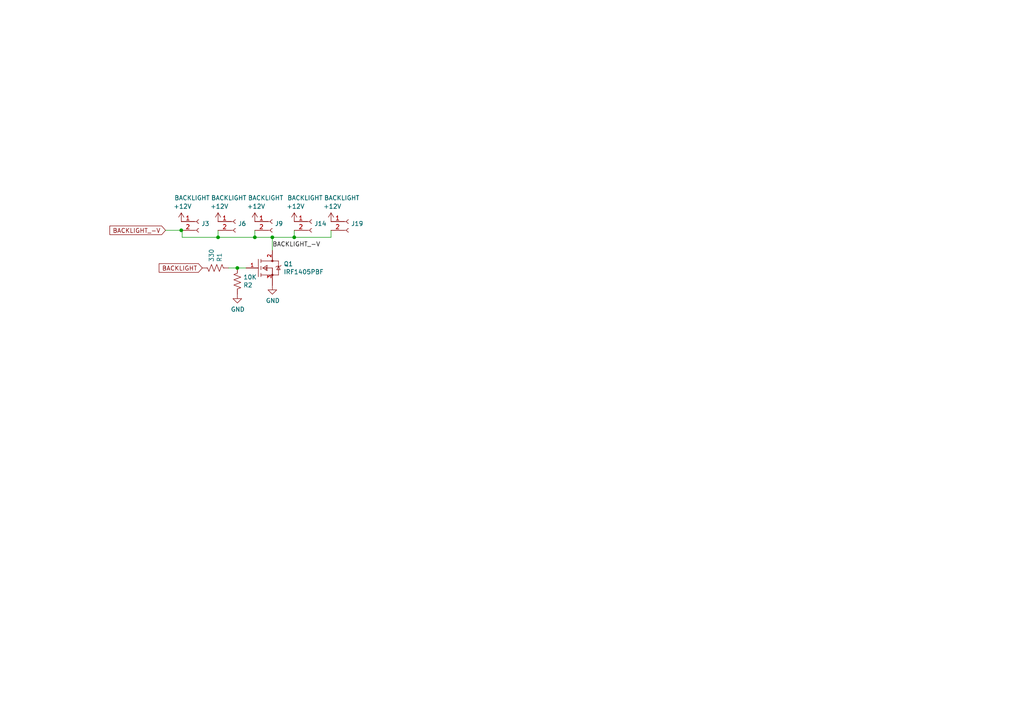
<source format=kicad_sch>
(kicad_sch (version 20231120) (generator "eeschema") (generator_version "8.0")
  (paper "A4")
  (lib_symbols
    (symbol "Connector:Conn_01x02_Female" (pin_names (offset 1.016) hide)
      (property "Reference" "J" (at 0 2.54 0))
      (property "Value" "Conn_01x02_Female" (at 0 -5.08 0))
      (symbol "Conn_01x02_Female_1_1"
        (arc (start 0 -2.032) (mid -0.5058 -2.54) (end 0 -3.048) (stroke (width 0.1524)))
        (polyline (pts (xy -1.27 -2.54) (xy -0.508 -2.54)) (stroke (width 0.1524)))
        (polyline (pts (xy -1.27 0) (xy -0.508 0)) (stroke (width 0.1524)))
        (arc (start 0 0.508) (mid -0.5058 0) (end 0 -0.508) (stroke (width 0.1524)))
        (pin passive line (at -5.08 0 0) (length 3.81) (name "Pin_1") (number "1"))
        (pin passive line (at -5.08 -2.54 0) (length 3.81) (name "Pin_2") (number "2"))
      )
    )
    (symbol "Device:R_US" (pin_numbers hide) (pin_names (offset 0))
      (property "Reference" "R" (at 2.54 0 90))
      (property "Value" "R_US" (at -2.54 0 90))
      (symbol "R_US_0_1"
        (polyline (pts (xy 0 -2.286) (xy 0 -2.54)))
        (polyline (pts (xy 0 2.286) (xy 0 2.54)))
        (polyline (pts (xy 0 -0.762) (xy 1.016 -1.143) (xy 0 -1.524) (xy -1.016 -1.905) (xy 0 -2.286)))
        (polyline (pts (xy 0 0.762) (xy 1.016 0.381) (xy 0 0) (xy -1.016 -0.381) (xy 0 -0.762)))
        (polyline (pts (xy 0 2.286) (xy 1.016 1.905) (xy 0 1.524) (xy -1.016 1.143) (xy 0 0.762)))
      )
      (symbol "R_US_1_1"
        (pin passive line (at 0 3.81 270) (length 1.27) (name "~") (number "1"))
        (pin passive line (at 0 -3.81 90) (length 1.27) (name "~") (number "2"))
      )
    )
    (symbol "Hornet-Forward-Output-Upper-Shield-rescue:IRF1405PBF-Mosfet-Hornet-Forward-Output-Upper-Shield-rescue" (pin_names (offset 1.016))
      (property "Reference" "Q" (at 0 7.62 0))
      (property "Value" "IRF1405PBF-Mosfet-Hornet-Forward-Output-Upper-Shield-rescue" (at 0 10.16 0))
      (symbol "IRF1405PBF-Mosfet-Hornet-Forward-Output-Upper-Shield-rescue_1_1"
        (polyline (pts (xy 6.096 -2.54) (xy 6.096 2.54)))
        (polyline (pts (xy 6.858 -2.032) (xy 10.16 -2.032)))
        (polyline (pts (xy 6.858 -1.524) (xy 6.858 -2.54)))
        (polyline (pts (xy 6.858 0.508) (xy 6.858 -0.508)))
        (polyline (pts (xy 6.858 1.524) (xy 6.858 2.54)))
        (polyline (pts (xy 6.858 2.032) (xy 10.16 2.032)))
        (polyline (pts (xy 7.366 0) (xy 8.636 -0.762)))
        (polyline (pts (xy 7.366 0) (xy 8.636 0.762)))
        (polyline (pts (xy 7.62 0) (xy 10.16 0)))
        (polyline (pts (xy 8.382 0.254) (xy 8.382 -0.508)))
        (polyline (pts (xy 8.636 0.762) (xy 8.636 -0.762)))
        (polyline (pts (xy 10.16 -2.032) (xy 11.938 -2.032)))
        (polyline (pts (xy 11.43 -0.508) (xy 12.446 -0.508)))
        (polyline (pts (xy 11.43 0.508) (xy 11.176 0.254)))
        (polyline (pts (xy 11.938 -2.032) (xy 11.938 2.032)))
        (polyline (pts (xy 11.938 0.508) (xy 11.43 -0.508)))
        (polyline (pts (xy 11.938 0.508) (xy 11.43 0.508)))
        (polyline (pts (xy 11.938 0.508) (xy 12.446 0.508)))
        (polyline (pts (xy 11.938 2.032) (xy 10.16 2.032)))
        (polyline (pts (xy 12.446 -0.508) (xy 11.938 0.508)))
        (polyline (pts (xy 12.446 0.508) (xy 12.7 0.762)))
        (circle (center 10.16 -2.032) (radius 0.254))
        (circle (center 10.16 2.032) (radius 0.254))
        (pin passive line (at 2.54 0 0) (length 3.556) (name "G") (number "1"))
        (pin passive line (at 10.16 5.08 270) (length 3.048) (name "D") (number "2"))
        (pin passive line (at 10.16 -5.08 90) (length 5.08) (name "S") (number "3"))
      )
    )
    (symbol "power:+12V" (power) (pin_names (offset 0))
      (property "Value" "+12V" (at 0 3.556 0))
      (symbol "+12V_0_1"
        (polyline (pts (xy -0.762 1.27) (xy 0 2.54)))
        (polyline (pts (xy 0 0) (xy 0 2.54)))
        (polyline (pts (xy 0 2.54) (xy 0.762 1.27)))
      )
      (symbol "+12V_1_1"
        (pin power_in line (at 0 0 90) (length 0) hide (name "+12V") (number "1"))
      )
    )
    (symbol "power:GND" (power) (pin_names (offset 0))
      (property "Value" "GND" (at 0 -3.81 0))
      (symbol "GND_0_1"
        (polyline (pts (xy 0 0) (xy 0 -1.27) (xy 1.27 -1.27) (xy 0 -2.54) (xy -1.27 -1.27) (xy 0 -1.27)))
      )
      (symbol "GND_1_1"
        (pin power_in line (at 0 0 270) (length 0) hide (name "GND") (number "1"))
      )
    )
  )
  (junction (at 78.994 68.834))
  (junction (at 68.834 77.724))
  (junction (at 85.344 68.834))
  (junction (at 63.246 68.834))
  (junction (at 73.914 68.834))
  (junction (at 52.578 66.802))
  (wire (pts (xy 85.344 68.834) (xy 78.994 68.834)))
  (wire (pts (xy 63.246 66.802) (xy 63.246 68.834)))
  (wire (pts (xy 96.012 68.834) (xy 85.344 68.834)))
  (wire (pts (xy 73.914 68.834) (xy 63.246 68.834)))
  (wire (pts (xy 85.344 66.802) (xy 85.344 68.834)))
  (wire (pts (xy 78.994 68.834) (xy 78.994 72.644)))
  (wire (pts (xy 66.294 77.724) (xy 68.834 77.724)))
  (wire (pts (xy 52.578 66.802) (xy 52.832 66.802)))
  (wire (pts (xy 78.994 68.834) (xy 73.914 68.834)))
  (wire (pts (xy 63.246 68.834) (xy 52.832 68.834)))
  (wire (pts (xy 73.914 66.802) (xy 73.914 68.834)))
  (wire (pts (xy 96.012 66.802) (xy 96.012 68.834)))
  (wire (pts (xy 52.832 68.834) (xy 52.832 66.802)))
  (wire (pts (xy 68.834 77.724) (xy 71.374 77.724)))
  (wire (pts (xy 48.006 66.802) (xy 52.578 66.802)))
  (label "BACKLIGHT_-V" (at 78.994 71.882 0))
  (global_label "BACKLIGHT" (shape input) (at 58.674 77.724 180) (property "Intersheetrefs" "${INTERSHEET_REFS}" (effects (hide yes))))
  (global_label "BACKLIGHT_-V" (shape input) (at 48.006 66.802 180) (property "Intersheetrefs" "${INTERSHEET_REFS}" (effects (hide yes))))
  (symbol (lib_id "power:GND") (at 78.994 82.804 0) (unit 1)
    (property "Reference" "#PWR011" (effects (hide yes)))
    (property "Value" "GND" (at 79.121 87.1982 0))
  )
  (symbol (lib_id "power:+12V") (at 52.578 64.262 0) (unit 1)
    (property "Reference" "#PWR03" (effects (hide yes)))
    (property "Value" "+12V" (at 52.959 59.8678 0))
  )
  (symbol (lib_id "Connector:Conn_01x02_Female") (at 78.994 64.262 0) (unit 1)
    (property "Reference" "J9" (at 79.7052 64.8716 0) (effects (justify left)))
    (property "Value" "BACKLIGHT" (at 71.882 57.404 0) (effects (justify left)))
    (property "Footprint" "Connector_Molex:Molex_KK-254_AE-6410-02A_1x02_P2.54mm_Vertical" (effects (hide yes)))
  )
  (symbol (lib_id "Device:R_US") (at 62.484 77.724 270) (mirror x) (unit 1)
    (property "Reference" "R1" (at 63.6524 75.9968 0) (effects (justify left)))
    (property "Value" "330" (at 61.341 75.9968 0) (effects (justify left)))
    (property "Footprint" "Resistor_THT:R_Axial_DIN0204_L3.6mm_D1.6mm_P2.54mm_Vertical" (effects (hide yes)))
  )
  (symbol (lib_id "Hornet-Forward-Output-Upper-Shield-rescue:IRF1405PBF-Mosfet-Hornet-Forward-Output-Upper-Shield-rescue") (at 68.834 77.724 0) (unit 1)
    (property "Reference" "Q1" (at 82.2452 76.5556 0) (effects (justify left)))
    (property "Value" "IRF1405PBF" (at 82.2452 78.867 0) (effects (justify left)))
    (property "Footprint" "Package_TO_SOT_THT:TO-220-3_Vertical" (effects (hide yes)))
    (property "Datasheet" "https://www.infineon.com/dgdl/irf1405pbf.pdf?fileId=5546d462533600a4015355db084a18bb" (effects (hide yes)))
    (property "automotive" "No" (effects (hide yes)))
    (property "category" "Trans" (effects (hide yes)))
    (property "continuous drain current" "169A" (effects (hide yes)))
    (property "depletion mode" "False" (effects (hide yes)))
    (property "device class L1" "Discrete Semiconductors" (effects (hide yes)))
    (property "device class L2" "Transistors" (effects (hide yes)))
    (property "device class L3" "MOSFETs" (effects (hide yes)))
    (property "digikey description" "MOSFET N-CH 55V 169A TO-220AB" (effects (hide yes)))
    (property "digikey part number" "IRF1405PBF-ND" (effects (hide yes)))
    (property "drain to source breakdown voltage" "55V" (effects (hide yes)))
    (property "drain to source resistance" "4.6mΩ" (effects (hide yes)))
    (property "drain to source voltage" "55V" (effects (hide yes)))
    (property "footprint url" "https://www.infineon.com/dgdl/po-to220ab-fp.pdf?fileId=5546d462580663ef0158068cfbee01be" (effects (hide yes)))
    (property "gate charge at vgs" "170nC @ 10V" (effects (hide yes)))
    (property "gate to source voltage" "20V" (effects (hide yes)))
    (property "height" "19.8mm" (effects (hide yes)))
    (property "input capacitace at vds" "5480pF @ 25V" (effects (hide yes)))
    (property "ipc land pattern name" "TO-220" (effects (hide yes)))
    (property "lead free" "Yes" (effects (hide yes)))
    (property "library id" "802d71249bb95e7c" (effects (hide yes)))
    (property "manufacturer" "International Rectifier" (effects (hide yes)))
    (property "max forward diode voltage" "1.3V" (effects (hide yes)))
    (property "max junction temp" "+175°C" (effects (hide yes)))
    (property "mouser description" "MOSFET Operating temperature: -55...+175 °C Housing type: TO-220AB Polarity: N Power dissipation: 330 W" (effects (hide yes)))
    (property "mouser part number" "942-IRF1405PBF" (effects (hide yes)))
    (property "number of N channels" "1" (effects (hide yes)))
    (property "number of channels" "1" (effects (hide yes)))
    (property "package" "TO-220AB" (effects (hide yes)))
    (property "power dissipation" "330W" (effects (hide yes)))
    (property "pulse drain current" "680A" (effects (hide yes)))
    (property "reverse recovery charge" "250nC" (effects (hide yes)))
    (property "reverse recovery time" "88ns" (effects (hide yes)))
    (property "rohs" "Yes" (effects (hide yes)))
    (property "rthja max" "62°C/W" (effects (hide yes)))
    (property "standoff height" "3.37mm" (effects (hide yes)))
    (property "temperature range high" "+175°C" (effects (hide yes)))
    (property "temperature range low" "-55°C" (effects (hide yes)))
    (property "threshold vgs max" "4V" (effects (hide yes)))
    (property "threshold vgs min" "2V" (effects (hide yes)))
    (property "turn off delay time" "130ns" (effects (hide yes)))
    (property "turn on delay time" "13ns" (effects (hide yes)))
  )
  (symbol (lib_id "Connector:Conn_01x02_Female") (at 57.658 64.262 0) (unit 1)
    (property "Reference" "J3" (at 58.3692 64.8716 0) (effects (justify left)))
    (property "Value" "BACKLIGHT" (at 50.546 57.404 0) (effects (justify left)))
    (property "Footprint" "Connector_Molex:Molex_KK-254_AE-6410-02A_1x02_P2.54mm_Vertical" (effects (hide yes)))
  )
  (symbol (lib_id "Device:R_US") (at 68.834 81.534 0) (mirror x) (unit 1)
    (property "Reference" "R2" (at 70.5612 82.7024 0) (effects (justify left)))
    (property "Value" "10K" (at 70.5612 80.391 0) (effects (justify left)))
    (property "Footprint" "Resistor_THT:R_Axial_DIN0204_L3.6mm_D1.6mm_P2.54mm_Vertical" (effects (hide yes)))
  )
  (symbol (lib_id "power:+12V") (at 73.914 64.262 0) (unit 1)
    (property "Reference" "#PWR010" (effects (hide yes)))
    (property "Value" "+12V" (at 74.295 59.8678 0))
  )
  (symbol (lib_id "Connector:Conn_01x02_Female") (at 101.092 64.262 0) (unit 1)
    (property "Reference" "J19" (at 101.8032 64.8716 0) (effects (justify left)))
    (property "Value" "BACKLIGHT" (at 93.98 57.404 0) (effects (justify left)))
    (property "Footprint" "Connector_Molex:Molex_KK-254_AE-6410-02A_1x02_P2.54mm_Vertical" (effects (hide yes)))
  )
  (symbol (lib_id "Connector:Conn_01x02_Female") (at 68.326 64.262 0) (unit 1)
    (property "Reference" "J6" (at 69.0372 64.8716 0) (effects (justify left)))
    (property "Value" "BACKLIGHT" (at 61.214 57.404 0) (effects (justify left)))
    (property "Footprint" "Connector_Molex:Molex_KK-254_AE-6410-02A_1x02_P2.54mm_Vertical" (effects (hide yes)))
  )
  (symbol (lib_id "power:+12V") (at 85.344 64.262 0) (unit 1)
    (property "Reference" "#PWR014" (effects (hide yes)))
    (property "Value" "+12V" (at 85.725 59.8678 0))
  )
  (symbol (lib_id "power:GND") (at 68.834 85.344 0) (unit 1)
    (property "Reference" "#PWR07" (effects (hide yes)))
    (property "Value" "GND" (at 68.961 89.7382 0))
  )
  (symbol (lib_id "power:+12V") (at 63.246 64.262 0) (unit 1)
    (property "Reference" "#PWR06" (effects (hide yes)))
    (property "Value" "+12V" (at 63.627 59.8678 0))
  )
  (symbol (lib_id "power:+12V") (at 96.012 64.262 0) (unit 1)
    (property "Reference" "#PWR018" (effects (hide yes)))
    (property "Value" "+12V" (at 96.393 59.8678 0))
  )
  (symbol (lib_id "Connector:Conn_01x02_Female") (at 90.424 64.262 0) (unit 1)
    (property "Reference" "J14" (at 91.1352 64.8716 0) (effects (justify left)))
    (property "Value" "BACKLIGHT" (at 83.312 57.404 0) (effects (justify left)))
    (property "Footprint" "Connector_Molex:Molex_KK-254_AE-6410-02A_1x02_P2.54mm_Vertical" (effects (hide yes)))
  )
)
</source>
